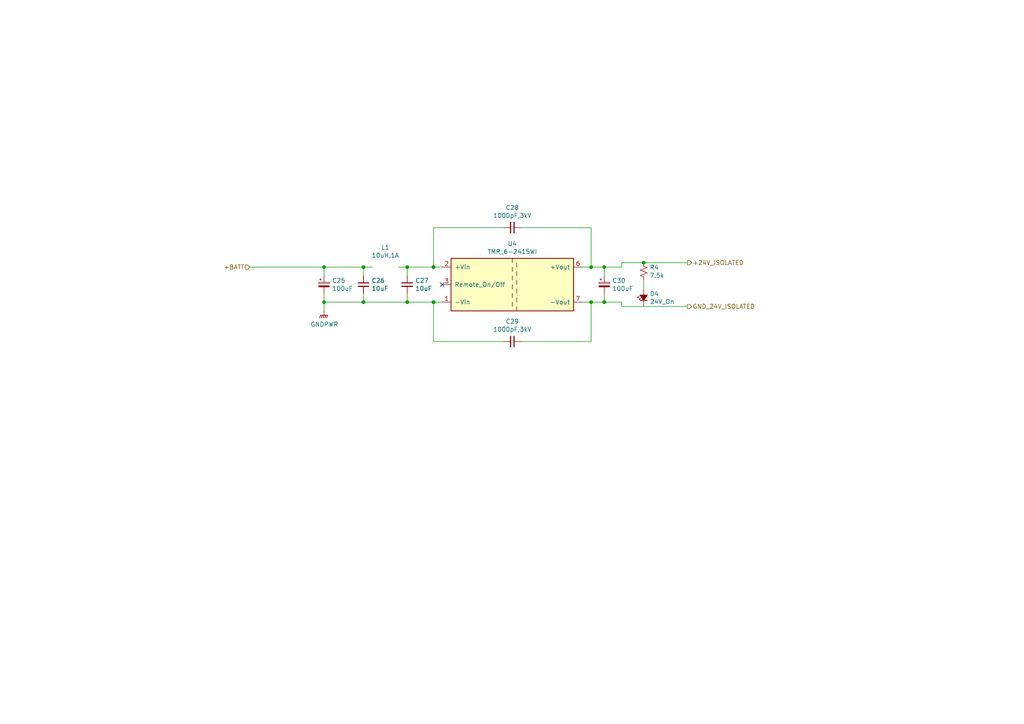
<source format=kicad_sch>
(kicad_sch (version 20211123) (generator eeschema)
  (paper "A4")
  (title_block (title "Power Management for Zeabus AUV") (date "20-April-2020") (rev "1.0.0") (company "Zeabus") (comment 1 "by Natchanan Thongtem and Akrapong Patchararungruang"))
  (lib_symbols
    (symbol "Device:C_Polarized_Small" (pin_numbers hide) (pin_names (offset 0.254) hide)
      (property "Reference" "C" (at 0.254 1.778 0))
      (property "Value" "C_Polarized_Small" (at 0.254 -2.032 0))
      (symbol "C_Polarized_Small_0_1"
        (rectangle (start -1.524 -0.3048) (end 1.524 -0.6858) (fill (type outline)))
        (rectangle (start -1.524 0.6858) (end 1.524 0.3048))
        (polyline (pts (xy -1.27 1.524) (xy -0.762 1.524)))
        (polyline (pts (xy -1.016 1.27) (xy -1.016 1.778)))
      )
      (symbol "C_Polarized_Small_1_1"
        (pin passive line (at 0 2.54 270) (length 1.8542) (name "~") (number "1"))
        (pin passive line (at 0 -2.54 90) (length 1.8542) (name "~") (number "2"))
      )
    )
    (symbol "Device:C_Small" (pin_numbers hide) (pin_names (offset 0.254) hide)
      (property "Reference" "C" (at 0.254 1.778 0))
      (property "Value" "C_Small" (at 0.254 -2.032 0))
      (symbol "C_Small_0_1"
        (polyline (pts (xy -1.524 -0.508) (xy 1.524 -0.508)) (stroke (width 0.3302)))
        (polyline (pts (xy -1.524 0.508) (xy 1.524 0.508)) (stroke (width 0.3048)))
      )
      (symbol "C_Small_1_1"
        (pin passive line (at 0 2.54 270) (length 2.032) (name "~") (number "1"))
        (pin passive line (at 0 -2.54 90) (length 2.032) (name "~") (number "2"))
      )
    )
    (symbol "Device:LED_Small_Filled" (pin_numbers hide) (pin_names (offset 0.254) hide)
      (property "Reference" "D" (at -1.27 3.175 0))
      (property "Value" "LED_Small_Filled" (at -4.445 -2.54 0))
      (symbol "LED_Small_Filled_0_1"
        (polyline (pts (xy -0.762 -1.016) (xy -0.762 1.016)) (stroke (width 0.254)))
        (polyline (pts (xy 1.016 0) (xy -0.762 0)))
        (polyline (pts (xy 0.762 -1.016) (xy -0.762 0) (xy 0.762 1.016) (xy 0.762 -1.016)) (stroke (width 0.254)) (fill (type outline)))
        (polyline (pts (xy 0 0.762) (xy -0.508 1.27) (xy -0.254 1.27) (xy -0.508 1.27) (xy -0.508 1.016)))
        (polyline (pts (xy 0.508 1.27) (xy 0 1.778) (xy 0.254 1.778) (xy 0 1.778) (xy 0 1.524)))
      )
      (symbol "LED_Small_Filled_1_1"
        (pin passive line (at -2.54 0 0) (length 1.778) (name "K") (number "1"))
        (pin passive line (at 2.54 0 180) (length 1.778) (name "A") (number "2"))
      )
    )
    (symbol "Device:R_Small_US" (pin_numbers hide) (pin_names (offset 0.254) hide)
      (property "Reference" "R" (at 0.762 0.508 0))
      (property "Value" "R_Small_US" (at 0.762 -1.016 0))
      (symbol "R_Small_US_1_1"
        (polyline (pts (xy 0 0) (xy 1.016 -0.381) (xy 0 -0.762) (xy -1.016 -1.143) (xy 0 -1.524)))
        (polyline (pts (xy 0 1.524) (xy 1.016 1.143) (xy 0 0.762) (xy -1.016 0.381) (xy 0 0)))
        (pin passive line (at 0 2.54 270) (length 1.016) (name "~") (number "1"))
        (pin passive line (at 0 -2.54 90) (length 1.016) (name "~") (number "2"))
      )
    )
    (symbol "power:GNDPWR" (power) (pin_names (offset 0))
      (property "Value" "GNDPWR" (at 0 -3.302 0))
      (symbol "GNDPWR_0_1"
        (polyline (pts (xy 0 -1.27) (xy 0 0)))
        (polyline (pts (xy -1.016 -1.27) (xy -1.27 -2.032) (xy -1.27 -2.032)) (stroke (width 0.2032)))
        (polyline (pts (xy -0.508 -1.27) (xy -0.762 -2.032) (xy -0.762 -2.032)) (stroke (width 0.2032)))
        (polyline (pts (xy 0 -1.27) (xy -0.254 -2.032) (xy -0.254 -2.032)) (stroke (width 0.2032)))
        (polyline (pts (xy 0.508 -1.27) (xy 0.254 -2.032) (xy 0.254 -2.032)) (stroke (width 0.2032)))
        (polyline (pts (xy 1.016 -1.27) (xy -1.016 -1.27) (xy -1.016 -1.27)) (stroke (width 0.2032)))
        (polyline (pts (xy 1.016 -1.27) (xy 0.762 -2.032) (xy 0.762 -2.032) (xy 0.762 -2.032)) (stroke (width 0.2032)))
      )
      (symbol "GNDPWR_1_1"
        (pin power_in line (at 0 0 270) (length 0) hide (name "GNDPWR") (number "1"))
      )
    )
    (symbol "zeabus:TMR_6-2415WI" (pin_names (offset 1.016))
      (property "Reference" "U" (at -16.51 8.89 0))
      (property "Value" "TMR_6-2415WI" (at 10.16 8.89 0))
      (symbol "TMR_6-2415WI_0_1"
        (rectangle (start -17.78 7.62) (end 17.78 -7.62) (stroke (width 0.254)) (fill (type background)))
        (polyline (pts (xy 0 -5.08) (xy 0 -6.35)))
        (polyline (pts (xy 0 -2.54) (xy 0 -3.81)))
        (polyline (pts (xy 0 0) (xy 0 -1.27)))
        (polyline (pts (xy 0 2.54) (xy 0 1.27)))
        (polyline (pts (xy 0 5.08) (xy 0 3.81)))
        (polyline (pts (xy 0 7.62) (xy 0 6.35)))
        (polyline (pts (xy 1.27 -6.35) (xy 1.27 -7.62)))
        (polyline (pts (xy 1.27 -3.81) (xy 1.27 -5.08)))
        (polyline (pts (xy 1.27 -1.27) (xy 1.27 -2.54)))
        (polyline (pts (xy 1.27 1.27) (xy 1.27 0)))
        (polyline (pts (xy 1.27 3.81) (xy 1.27 2.54)))
        (polyline (pts (xy 1.27 6.35) (xy 1.27 5.08)))
      )
      (symbol "TMR_6-2415WI_1_1"
        (pin power_in line (at -20.32 -5.08 0) (length 2.54) (name "-Vin") (number "1"))
        (pin power_in line (at -20.32 5.08 0) (length 2.54) (name "+Vin") (number "2"))
        (pin input line (at -20.32 0 0) (length 2.54) (name "Remote_On/Off") (number "3"))
        (pin no_connect line (at 20.32 1.27 180) (length 2.54) hide (name "NC") (number "5"))
        (pin power_out line (at 20.32 5.08 180) (length 2.54) (name "+Vout") (number "6"))
        (pin power_out line (at 20.32 -5.08 180) (length 2.54) (name "-Vout") (number "7"))
        (pin no_connect line (at 20.32 -1.27 180) (length 2.54) hide (name "NC") (number "8"))
      )
    )
  )
  (junction (at 175.26 87.63))
  (junction (at 171.45 77.47))
  (junction (at 105.41 87.63))
  (junction (at 175.26 77.47))
  (junction (at 105.41 77.47))
  (junction (at 186.69 76.2))
  (junction (at 171.45 87.63))
  (junction (at 93.98 77.47))
  (junction (at 125.73 87.63))
  (junction (at 118.11 87.63))
  (junction (at 125.73 77.47))
  (junction (at 93.98 87.63))
  (junction (at 118.11 77.47))
  (no_connect (at 128.27 82.55))
  (wire (pts (xy 115.57 77.47) (xy 118.11 77.47)))
  (wire (pts (xy 168.91 87.63) (xy 171.45 87.63)))
  (wire (pts (xy 105.41 87.63) (xy 118.11 87.63)))
  (wire (pts (xy 118.11 77.47) (xy 125.73 77.47)))
  (wire (pts (xy 105.41 77.47) (xy 107.95 77.47)))
  (wire (pts (xy 175.26 87.63) (xy 180.34 87.63)))
  (wire (pts (xy 93.98 85.09) (xy 93.98 87.63)))
  (wire (pts (xy 171.45 66.04) (xy 171.45 77.47)))
  (wire (pts (xy 72.39 77.47) (xy 93.98 77.47)))
  (wire (pts (xy 171.45 77.47) (xy 168.91 77.47)))
  (wire (pts (xy 175.26 77.47) (xy 175.26 80.01)))
  (wire (pts (xy 125.73 66.04) (xy 146.05 66.04)))
  (wire (pts (xy 171.45 77.47) (xy 175.26 77.47)))
  (wire (pts (xy 175.26 87.63) (xy 171.45 87.63)))
  (wire (pts (xy 93.98 87.63) (xy 93.98 90.17)))
  (wire (pts (xy 180.34 88.9) (xy 199.39 88.9)))
  (wire (pts (xy 151.13 66.04) (xy 171.45 66.04)))
  (wire (pts (xy 171.45 99.06) (xy 151.13 99.06)))
  (wire (pts (xy 125.73 87.63) (xy 128.27 87.63)))
  (wire (pts (xy 186.69 83.82) (xy 186.69 81.28)))
  (wire (pts (xy 125.73 99.06) (xy 146.05 99.06)))
  (wire (pts (xy 118.11 87.63) (xy 125.73 87.63)))
  (wire (pts (xy 171.45 87.63) (xy 171.45 99.06)))
  (wire (pts (xy 93.98 87.63) (xy 105.41 87.63)))
  (wire (pts (xy 105.41 80.01) (xy 105.41 77.47)))
  (wire (pts (xy 180.34 77.47) (xy 180.34 76.2)))
  (wire (pts (xy 125.73 77.47) (xy 128.27 77.47)))
  (wire (pts (xy 125.73 87.63) (xy 125.73 99.06)))
  (wire (pts (xy 118.11 77.47) (xy 118.11 80.01)))
  (wire (pts (xy 118.11 85.09) (xy 118.11 87.63)))
  (wire (pts (xy 93.98 77.47) (xy 93.98 80.01)))
  (wire (pts (xy 175.26 77.47) (xy 180.34 77.47)))
  (wire (pts (xy 199.39 76.2) (xy 186.69 76.2)))
  (wire (pts (xy 175.26 85.09) (xy 175.26 87.63)))
  (wire (pts (xy 125.73 66.04) (xy 125.73 77.47)))
  (wire (pts (xy 180.34 87.63) (xy 180.34 88.9)))
  (wire (pts (xy 105.41 85.09) (xy 105.41 87.63)))
  (wire (pts (xy 180.34 76.2) (xy 186.69 76.2)))
  (wire (pts (xy 105.41 77.47) (xy 93.98 77.47)))
  (hierarchical_label "GND_24V_ISOLATED" (shape output) (at 199.39 88.9 0))
  (hierarchical_label "+BATT" (shape input) (at 72.39 77.47 180))
  (hierarchical_label "+24V_ISOLATED" (shape output) (at 199.39 76.2 0))
  (symbol (lib_id "zeabus:TMR_6-2415WI") (at 148.59 82.55 0) (unit 1)
    (property "Reference" "U4" (at 148.59 70.6882 0))
    (property "Value" "TMR_6-2415WI" (at 148.59 72.9996 0))
    (property "Footprint" "Converter_DCDC:Converter_DCDC_TRACO_TMR-xxxx_THT" (effects hide))
    (property "Datasheet" "2363822" (effects hide))
  )
  (symbol (lib_id "Device:C_Small") (at 118.11 82.55 0) (unit 1)
    (property "Reference" "C27" (at 120.4468 81.3816 0) (effects (justify left)))
    (property "Value" "10uF" (at 120.4468 83.693 0) (effects (justify left)))
    (property "Footprint" "Capacitor_SMD:C_1206_3216Metric_Pad1.42x1.75mm_HandSolder" (effects hide))
    (property "Datasheet" "2672214" (effects hide))
  )
  (symbol (lib_id "Device:C_Small") (at 105.41 82.55 0) (unit 1)
    (property "Reference" "C26" (at 107.7468 81.3816 0) (effects (justify left)))
    (property "Value" "10uF" (at 107.7468 83.693 0) (effects (justify left)))
    (property "Footprint" "Capacitor_SMD:C_1206_3216Metric_Pad1.42x1.75mm_HandSolder" (effects hide))
    (property "Datasheet" "2672214" (effects hide))
  )
  (symbol (lib_id "Device:C_Polarized_Small") (at 175.26 82.55 0) (unit 1)
    (property "Reference" "C30" (at 177.5714 81.3816 0) (effects (justify left)))
    (property "Value" "100uF" (at 177.5714 83.693 0) (effects (justify left)))
    (property "Footprint" "Capacitor_SMD:CP_Elec_8x10" (effects hide))
  )
  (symbol (lib_id "Device:C_Polarized_Small") (at 93.98 82.55 0) (unit 1)
    (property "Reference" "C25" (at 96.2914 81.3816 0) (effects (justify left)))
    (property "Value" "100uF" (at 96.2914 83.693 0) (effects (justify left)))
    (property "Footprint" "Capacitor_SMD:CP_Elec_8x10" (effects hide))
  )
  (symbol (lib_id "Device:C_Small") (at 148.59 66.04 270) (unit 1)
    (property "Reference" "C28" (at 148.59 60.2234 90))
    (property "Value" "1000pF,3kV" (at 148.59 62.5348 90))
    (property "Footprint" "Capacitor_SMD:C_1812_4532Metric_Pad1.30x3.40mm_HandSolder" (effects hide))
    (property "Datasheet" "1856025" (effects hide))
  )
  (symbol (lib_id "Device:C_Small") (at 148.59 99.06 270) (unit 1)
    (property "Reference" "C29" (at 148.59 93.2434 90))
    (property "Value" "1000pF,3kV" (at 148.59 95.5548 90))
    (property "Footprint" "Capacitor_SMD:C_1812_4532Metric_Pad1.30x3.40mm_HandSolder" (effects hide))
    (property "Datasheet" "1856025" (effects hide))
  )
  (symbol (lib_id "Device:L_Core_Iron") (at 111.76 77.47 90) (unit 1)
    (property "Reference" "L1" (at 111.76 71.755 90))
    (property "Value" "10uH,1A" (at 111.76 74.0664 90))
    (property "Footprint" "Inductor_SMD:L_1008_2520Metric" (effects hide))
    (property "Datasheet" "2776791" (effects hide))
  )
  (symbol (lib_id "Device:R_Small_US") (at 186.69 78.74 0) (unit 1)
    (property "Reference" "R4" (at 188.4172 77.5716 0) (effects (justify left)))
    (property "Value" "7.5k" (at 188.4172 79.883 0) (effects (justify left)))
    (property "Footprint" "Resistor_SMD:R_0603_1608Metric_Pad1.05x0.95mm_HandSolder" (effects hide))
  )
  (symbol (lib_id "Device:LED_Small_Filled") (at 186.69 86.36 90) (unit 1)
    (property "Reference" "D4" (at 188.468 85.1916 90) (effects (justify right)))
    (property "Value" "24V_On" (at 188.468 87.503 90) (effects (justify right)))
    (property "Footprint" "LED_SMD:LED_0603_1608Metric_Pad1.05x0.95mm_HandSolder" (effects hide))
  )
  (symbol (lib_id "power:GNDPWR") (at 93.98 90.17 0) (unit 1)
    (property "Reference" "#PWR011" (effects hide))
    (property "Value" "GNDPWR" (at 94.0816 94.0816 0))
  )
)
</source>
